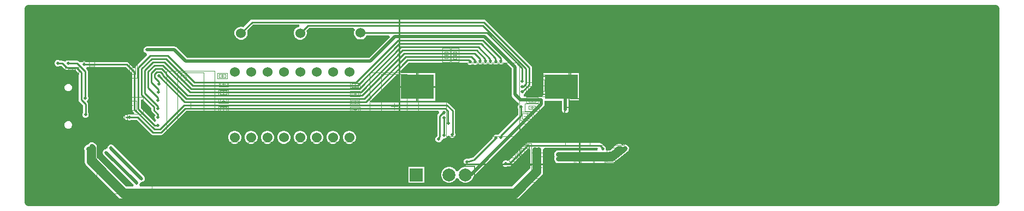
<source format=gbl>
G04*
G04 #@! TF.GenerationSoftware,Altium Limited,CircuitMaker,2.3.0 (2.3.0.3)*
G04*
G04 Layer_Physical_Order=2*
G04 Layer_Color=11436288*
%FSLAX24Y24*%
%MOIN*%
G70*
G04*
G04 #@! TF.SameCoordinates,AA7B8D70-0D3E-4CF3-8BE1-7DC49EC747D3*
G04*
G04*
G04 #@! TF.FilePolarity,Positive*
G04*
G01*
G75*
%ADD11C,0.0039*%
%ADD13C,0.0100*%
%ADD14C,0.0050*%
%ADD15C,0.0079*%
%ADD16C,0.0059*%
%ADD18C,0.0472*%
%ADD19C,0.0020*%
%ADD99C,0.0200*%
%ADD100C,0.0300*%
%ADD105C,0.0195*%
%ADD106R,0.0787X0.0787*%
%ADD107C,0.0787*%
%ADD108C,0.0600*%
%ADD109C,0.1417*%
G04:AMPARAMS|DCode=110|XSize=39.4mil|YSize=86.6mil|CornerRadius=19.7mil|HoleSize=0mil|Usage=FLASHONLY|Rotation=270.000|XOffset=0mil|YOffset=0mil|HoleType=Round|Shape=RoundedRectangle|*
%AMROUNDEDRECTD110*
21,1,0.0394,0.0472,0,0,270.0*
21,1,0.0000,0.0866,0,0,270.0*
1,1,0.0394,-0.0236,0.0000*
1,1,0.0394,-0.0236,0.0000*
1,1,0.0394,0.0236,0.0000*
1,1,0.0394,0.0236,0.0000*
%
%ADD110ROUNDEDRECTD110*%
G04:AMPARAMS|DCode=111|XSize=39.4mil|YSize=78.7mil|CornerRadius=19.7mil|HoleSize=0mil|Usage=FLASHONLY|Rotation=270.000|XOffset=0mil|YOffset=0mil|HoleType=Round|Shape=RoundedRectangle|*
%AMROUNDEDRECTD111*
21,1,0.0394,0.0394,0,0,270.0*
21,1,0.0000,0.0787,0,0,270.0*
1,1,0.0394,-0.0197,0.0000*
1,1,0.0394,-0.0197,0.0000*
1,1,0.0394,0.0197,0.0000*
1,1,0.0394,0.0197,0.0000*
%
%ADD111ROUNDEDRECTD111*%
%ADD112C,0.0700*%
%ADD113C,0.0236*%
%ADD114R,0.2000X0.1500*%
G36*
X59066Y5D02*
X16D01*
Y11825D01*
X59066D01*
Y5D01*
D02*
G37*
%LPC*%
G36*
X27823Y11158D02*
X13676D01*
X13617Y11146D01*
X13568Y11113D01*
X13161Y10707D01*
X13160Y10708D01*
X13058Y10735D01*
X12953D01*
X12851Y10708D01*
X12760Y10655D01*
X12686Y10581D01*
X12633Y10489D01*
X12606Y10388D01*
Y10282D01*
X12633Y10181D01*
X12686Y10089D01*
X12760Y10015D01*
X12851Y9962D01*
X12953Y9935D01*
X13058D01*
X13160Y9962D01*
X13251Y10015D01*
X13326Y10089D01*
X13378Y10181D01*
X13406Y10282D01*
Y10388D01*
X13378Y10489D01*
X13378Y10491D01*
X13739Y10852D01*
X16553D01*
X16561Y10851D01*
X16563Y10735D01*
X16552Y10732D01*
X16461Y10708D01*
X16370Y10655D01*
X16296Y10581D01*
X16243Y10489D01*
X16216Y10388D01*
Y10282D01*
X16243Y10181D01*
X16296Y10089D01*
X16370Y10015D01*
X16461Y9962D01*
X16563Y9935D01*
X16668D01*
X16770Y9962D01*
X16861Y10015D01*
X16936Y10089D01*
X16988Y10181D01*
X17016Y10282D01*
Y10388D01*
X16988Y10489D01*
X16988Y10491D01*
X17147Y10650D01*
X19874D01*
X19942Y10532D01*
X19923Y10499D01*
X19896Y10398D01*
Y10292D01*
X19923Y10191D01*
X19976Y10099D01*
X20050Y10025D01*
X20141Y9972D01*
X20243Y9945D01*
X20348D01*
X20450Y9972D01*
X20541Y10025D01*
X20616Y10099D01*
X20668Y10191D01*
X20669Y10192D01*
X22037D01*
X22082Y10083D01*
X21263Y9264D01*
X21248Y9258D01*
X21193Y9202D01*
X21187Y9188D01*
X20818Y8819D01*
X9720D01*
X9080Y9459D01*
X9014Y9503D01*
X8936Y9519D01*
X7256D01*
X7178Y9503D01*
X7112Y9459D01*
X7067Y9393D01*
X7052Y9315D01*
X7067Y9237D01*
X7112Y9171D01*
X7178Y9127D01*
X7219Y9118D01*
X7224Y9117D01*
X7232Y9106D01*
X7261Y9036D01*
X7263Y8993D01*
X6620Y8350D01*
X6587Y8300D01*
X6577Y8247D01*
X6532Y8218D01*
X6466Y8191D01*
X6124Y8533D01*
X6074Y8566D01*
X6016Y8578D01*
X3552D01*
X3538Y8592D01*
X3465Y8622D01*
X3386D01*
X3314Y8592D01*
X3300Y8579D01*
X3151Y8562D01*
X3110Y8602D01*
X3061Y8635D01*
X3002Y8647D01*
X2558D01*
X2557Y8648D01*
X2485Y8678D01*
X2406D01*
X2334Y8648D01*
X2278Y8592D01*
X2162Y8621D01*
X2138Y8637D01*
X2080Y8649D01*
X1936D01*
X1921Y8664D01*
X1849Y8694D01*
X1770D01*
X1698Y8664D01*
X1642Y8608D01*
X1612Y8535D01*
Y8457D01*
X1642Y8384D01*
X1698Y8329D01*
X1770Y8299D01*
X1849D01*
X1921Y8329D01*
X2043Y8317D01*
X2235Y8125D01*
X2284Y8092D01*
X2343Y8080D01*
X2824D01*
X2841Y8083D01*
X2883D01*
X3092Y7874D01*
Y6258D01*
X3104Y6199D01*
X3137Y6149D01*
X3357Y5930D01*
Y5478D01*
X3342Y5463D01*
X3312Y5391D01*
Y5312D01*
X3342Y5240D01*
X3398Y5184D01*
X3471Y5154D01*
X3549D01*
X3622Y5184D01*
X3677Y5240D01*
X3707Y5312D01*
Y5391D01*
X3677Y5463D01*
X3663Y5478D01*
Y5993D01*
X3651Y6051D01*
X3634Y6077D01*
X3604Y6193D01*
X3660Y6248D01*
X3690Y6321D01*
Y6399D01*
X3660Y6472D01*
X3646Y6486D01*
Y8003D01*
X3634Y8062D01*
X3601Y8112D01*
X3563Y8150D01*
X3562Y8161D01*
X3607Y8272D01*
X5952D01*
X6343Y7882D01*
Y5675D01*
X6354Y5616D01*
X6388Y5567D01*
X6497Y5457D01*
X6452Y5348D01*
X6321D01*
X6304Y5365D01*
X6232Y5395D01*
X6153D01*
X6081Y5365D01*
X6063Y5348D01*
X5986D01*
X5927Y5336D01*
X5878Y5303D01*
X5844Y5253D01*
X5833Y5195D01*
X5844Y5136D01*
X5878Y5087D01*
X5927Y5054D01*
X5986Y5042D01*
X6069D01*
X6081Y5030D01*
X6153Y5000D01*
X6232D01*
X6304Y5030D01*
X6316Y5042D01*
X6630D01*
X7522Y4149D01*
X7572Y4116D01*
X7630Y4105D01*
X8131D01*
X8190Y4116D01*
X8239Y4149D01*
X9669Y5579D01*
X25057D01*
X25106Y5461D01*
X25030Y5386D01*
X24997Y5336D01*
X24985Y5277D01*
Y4070D01*
X24959Y4044D01*
X24926Y3994D01*
X24923Y3982D01*
X24900Y3958D01*
X24869Y3886D01*
Y3807D01*
X24900Y3735D01*
X24955Y3679D01*
X25028Y3649D01*
X25106D01*
X25179Y3679D01*
X25234Y3735D01*
X25264Y3807D01*
X25350Y3892D01*
X25373Y3893D01*
X25430D01*
X25503Y3923D01*
X25558Y3979D01*
X25585Y4044D01*
X25612Y4053D01*
X25706Y4060D01*
X25709Y4054D01*
X25724Y4016D01*
X25780Y3961D01*
X25852Y3931D01*
X25931D01*
X26004Y3961D01*
X26059Y4016D01*
X26089Y4089D01*
Y4167D01*
X26067Y4221D01*
Y5580D01*
X26055Y5638D01*
X26022Y5688D01*
X25669Y6041D01*
X25620Y6074D01*
X25561Y6085D01*
X20939D01*
X20894Y6194D01*
X22541Y7841D01*
X22659Y7792D01*
Y7102D01*
X23708D01*
Y7902D01*
X22768D01*
X22719Y8020D01*
X23232Y8532D01*
X26798D01*
X26818Y8483D01*
X26874Y8428D01*
X26946Y8397D01*
X27025D01*
X27098Y8428D01*
X27146Y8476D01*
X27184Y8438D01*
X27256Y8407D01*
X27335D01*
X27408Y8438D01*
X27457Y8487D01*
X27495Y8449D01*
X27568Y8419D01*
X27646D01*
X27719Y8449D01*
X27763Y8493D01*
X27799Y8456D01*
X27872Y8426D01*
X27950D01*
X28023Y8456D01*
X28065Y8499D01*
X28119Y8446D01*
X28192Y8416D01*
X28270D01*
X28343Y8446D01*
X28386Y8489D01*
X28431Y8444D01*
X28504Y8414D01*
X28582D01*
X28655Y8444D01*
X28706Y8495D01*
X28752Y8449D01*
X28824Y8419D01*
X28903D01*
X28976Y8449D01*
X29027Y8500D01*
X29032Y8504D01*
X29168Y8526D01*
X29512Y8182D01*
Y6585D01*
X29527Y6507D01*
X29572Y6441D01*
X29902Y6111D01*
X29902Y6111D01*
X29935Y6088D01*
X29945Y6066D01*
X29955Y5982D01*
X29950Y5950D01*
X29927Y5926D01*
X29897Y5853D01*
Y5775D01*
X29927Y5702D01*
X29941Y5688D01*
Y5360D01*
X29686Y5105D01*
X29670Y5095D01*
X28751Y4175D01*
X28746Y4168D01*
X28704Y4124D01*
X28595Y4113D01*
X28593Y4114D01*
X28514D01*
X28442Y4084D01*
X28386Y4028D01*
X28356Y3955D01*
Y3935D01*
X27156Y2735D01*
X26876Y2651D01*
X26840Y2666D01*
X26761D01*
X26688Y2636D01*
X26633Y2580D01*
X26603Y2508D01*
Y2429D01*
X26633Y2357D01*
X26688Y2301D01*
X26716Y2290D01*
X26692Y2172D01*
X26640D01*
X26515Y2138D01*
X26402Y2073D01*
X26310Y1981D01*
X26270Y1911D01*
X26269Y1911D01*
X26141D01*
X26140Y1911D01*
X26100Y1981D01*
X26008Y2073D01*
X25896Y2138D01*
X25770Y2172D01*
X25640D01*
X25515Y2138D01*
X25402Y2073D01*
X25310Y1981D01*
X25245Y1869D01*
X25212Y1743D01*
Y1613D01*
X25245Y1487D01*
X25310Y1375D01*
X25402Y1283D01*
X25515Y1218D01*
X25640Y1184D01*
X25770D01*
X25896Y1218D01*
X26008Y1283D01*
X26100Y1375D01*
X26140Y1445D01*
X26141Y1445D01*
X26269D01*
X26270Y1445D01*
X26310Y1375D01*
X26402Y1283D01*
X26515Y1218D01*
X26640Y1184D01*
X26770D01*
X26896Y1218D01*
X27008Y1283D01*
X27100Y1375D01*
X27165Y1487D01*
X27187Y1567D01*
X31466Y5846D01*
X31466Y5846D01*
X31510Y5912D01*
X31526Y5990D01*
X31526Y5990D01*
Y6203D01*
X32595D01*
Y5710D01*
X32586Y5688D01*
Y5609D01*
X32616Y5537D01*
X32672Y5481D01*
X32719Y5462D01*
X32721Y5460D01*
X32724Y5460D01*
X32744Y5451D01*
X32766D01*
X32799Y5445D01*
X32877Y5460D01*
X32943Y5504D01*
X32987Y5571D01*
X33003Y5649D01*
Y6203D01*
X33657D01*
Y7903D01*
X31457D01*
Y6565D01*
X31378Y6470D01*
X31300D01*
X31273Y6459D01*
X30265D01*
X30242Y6577D01*
X30261Y6585D01*
X30317Y6640D01*
X30340Y6697D01*
X30714Y7071D01*
X30748Y7121D01*
X30759Y7180D01*
Y8221D01*
X30748Y8280D01*
X30714Y8330D01*
X27931Y11113D01*
X27881Y11146D01*
X27823Y11158D01*
D02*
G37*
G36*
X24856Y7902D02*
X23807D01*
Y7102D01*
X24856D01*
Y7902D01*
D02*
G37*
G36*
X2509Y7237D02*
X2418D01*
X2335Y7203D01*
X2270Y7139D01*
X2236Y7055D01*
Y6964D01*
X2270Y6880D01*
X2335Y6816D01*
X2418Y6781D01*
X2509D01*
X2593Y6816D01*
X2657Y6880D01*
X2692Y6964D01*
Y7055D01*
X2657Y7139D01*
X2593Y7203D01*
X2509Y7237D01*
D02*
G37*
G36*
X24856Y7004D02*
X23807D01*
Y6205D01*
X24856D01*
Y7004D01*
D02*
G37*
G36*
X23708D02*
X22659D01*
Y6205D01*
X23708D01*
Y7004D01*
D02*
G37*
G36*
X2509Y4954D02*
X2418D01*
X2335Y4919D01*
X2270Y4855D01*
X2236Y4771D01*
Y4681D01*
X2270Y4597D01*
X2335Y4533D01*
X2418Y4498D01*
X2509D01*
X2593Y4533D01*
X2657Y4597D01*
X2692Y4681D01*
Y4771D01*
X2657Y4855D01*
X2593Y4919D01*
X2509Y4954D01*
D02*
G37*
G36*
X19668Y4365D02*
X19563D01*
X19461Y4338D01*
X19370Y4285D01*
X19296Y4211D01*
X19243Y4119D01*
X19216Y4018D01*
Y3912D01*
X19243Y3811D01*
X19296Y3719D01*
X19370Y3645D01*
X19461Y3592D01*
X19563Y3565D01*
X19668D01*
X19770Y3592D01*
X19861Y3645D01*
X19936Y3719D01*
X19988Y3811D01*
X20016Y3912D01*
Y4018D01*
X19988Y4119D01*
X19936Y4211D01*
X19861Y4285D01*
X19770Y4338D01*
X19668Y4365D01*
D02*
G37*
G36*
X18668D02*
X18563D01*
X18461Y4338D01*
X18370Y4285D01*
X18296Y4211D01*
X18243Y4119D01*
X18216Y4018D01*
Y3912D01*
X18243Y3811D01*
X18296Y3719D01*
X18370Y3645D01*
X18461Y3592D01*
X18563Y3565D01*
X18668D01*
X18770Y3592D01*
X18861Y3645D01*
X18936Y3719D01*
X18988Y3811D01*
X19016Y3912D01*
Y4018D01*
X18988Y4119D01*
X18936Y4211D01*
X18861Y4285D01*
X18770Y4338D01*
X18668Y4365D01*
D02*
G37*
G36*
X17668D02*
X17563D01*
X17461Y4338D01*
X17370Y4285D01*
X17296Y4211D01*
X17243Y4119D01*
X17216Y4018D01*
Y3912D01*
X17243Y3811D01*
X17296Y3719D01*
X17370Y3645D01*
X17461Y3592D01*
X17563Y3565D01*
X17668D01*
X17770Y3592D01*
X17861Y3645D01*
X17936Y3719D01*
X17988Y3811D01*
X18016Y3912D01*
Y4018D01*
X17988Y4119D01*
X17936Y4211D01*
X17861Y4285D01*
X17770Y4338D01*
X17668Y4365D01*
D02*
G37*
G36*
X16668D02*
X16563D01*
X16461Y4338D01*
X16370Y4285D01*
X16296Y4211D01*
X16243Y4119D01*
X16216Y4018D01*
Y3912D01*
X16243Y3811D01*
X16296Y3719D01*
X16370Y3645D01*
X16461Y3592D01*
X16563Y3565D01*
X16668D01*
X16770Y3592D01*
X16861Y3645D01*
X16936Y3719D01*
X16988Y3811D01*
X17016Y3912D01*
Y4018D01*
X16988Y4119D01*
X16936Y4211D01*
X16861Y4285D01*
X16770Y4338D01*
X16668Y4365D01*
D02*
G37*
G36*
X15668D02*
X15563D01*
X15461Y4338D01*
X15370Y4285D01*
X15296Y4211D01*
X15243Y4119D01*
X15216Y4018D01*
Y3912D01*
X15243Y3811D01*
X15296Y3719D01*
X15370Y3645D01*
X15461Y3592D01*
X15563Y3565D01*
X15668D01*
X15770Y3592D01*
X15861Y3645D01*
X15936Y3719D01*
X15988Y3811D01*
X16016Y3912D01*
Y4018D01*
X15988Y4119D01*
X15936Y4211D01*
X15861Y4285D01*
X15770Y4338D01*
X15668Y4365D01*
D02*
G37*
G36*
X14668D02*
X14563D01*
X14461Y4338D01*
X14370Y4285D01*
X14296Y4211D01*
X14243Y4119D01*
X14216Y4018D01*
Y3912D01*
X14243Y3811D01*
X14296Y3719D01*
X14370Y3645D01*
X14461Y3592D01*
X14563Y3565D01*
X14668D01*
X14770Y3592D01*
X14861Y3645D01*
X14936Y3719D01*
X14988Y3811D01*
X15016Y3912D01*
Y4018D01*
X14988Y4119D01*
X14936Y4211D01*
X14861Y4285D01*
X14770Y4338D01*
X14668Y4365D01*
D02*
G37*
G36*
X13668D02*
X13563D01*
X13461Y4338D01*
X13370Y4285D01*
X13296Y4211D01*
X13243Y4119D01*
X13216Y4018D01*
Y3912D01*
X13243Y3811D01*
X13296Y3719D01*
X13370Y3645D01*
X13461Y3592D01*
X13563Y3565D01*
X13668D01*
X13770Y3592D01*
X13861Y3645D01*
X13936Y3719D01*
X13988Y3811D01*
X14016Y3912D01*
Y4018D01*
X13988Y4119D01*
X13936Y4211D01*
X13861Y4285D01*
X13770Y4338D01*
X13668Y4365D01*
D02*
G37*
G36*
X12668D02*
X12563D01*
X12461Y4338D01*
X12370Y4285D01*
X12296Y4211D01*
X12243Y4119D01*
X12216Y4018D01*
Y3912D01*
X12243Y3811D01*
X12296Y3719D01*
X12370Y3645D01*
X12461Y3592D01*
X12563Y3565D01*
X12668D01*
X12770Y3592D01*
X12861Y3645D01*
X12936Y3719D01*
X12988Y3811D01*
X13016Y3912D01*
Y4018D01*
X12988Y4119D01*
X12936Y4211D01*
X12861Y4285D01*
X12770Y4338D01*
X12668Y4365D01*
D02*
G37*
G36*
X3892Y3674D02*
X3794Y3655D01*
X3711Y3600D01*
X3656Y3517D01*
X3655Y3513D01*
X3598Y3501D01*
X3516Y3446D01*
X3460Y3363D01*
X3441Y3266D01*
X3460Y3168D01*
X3466Y3160D01*
Y2468D01*
X3486Y2370D01*
X3541Y2288D01*
X5598Y230D01*
X5681Y175D01*
X5779Y156D01*
X29761D01*
X29859Y175D01*
X29941Y230D01*
X31353Y1642D01*
X31409Y1725D01*
X31428Y1823D01*
Y3213D01*
X31529Y3312D01*
X34768D01*
X34796Y3288D01*
X34757Y3183D01*
X34742Y3170D01*
X32375D01*
X32277Y3150D01*
X32195Y3095D01*
X32139Y3012D01*
X32120Y2915D01*
X32139Y2817D01*
X32164Y2781D01*
X32138Y2742D01*
X32118Y2645D01*
X32138Y2547D01*
X32193Y2465D01*
X32275Y2409D01*
X32373Y2390D01*
X35646D01*
X35682Y2397D01*
X35718Y2400D01*
X35730Y2407D01*
X35743Y2409D01*
X35774Y2430D01*
X35806Y2447D01*
X36437Y2957D01*
X36439Y2959D01*
X36439Y2959D01*
X36439Y2959D01*
X36593Y3083D01*
X36657Y3160D01*
X36687Y3255D01*
X36678Y3354D01*
X36631Y3442D01*
X36555Y3505D01*
X36460Y3535D01*
X36361Y3526D01*
X36304Y3496D01*
X36255Y3529D01*
X36157Y3549D01*
X36020D01*
X35923Y3529D01*
X35840Y3474D01*
X35536Y3170D01*
X35310D01*
X35273Y3226D01*
Y3304D01*
X35243Y3377D01*
X35188Y3432D01*
X35148Y3449D01*
X35024Y3573D01*
X34975Y3606D01*
X34916Y3618D01*
X30492D01*
X30433Y3606D01*
X30384Y3573D01*
X29374Y2563D01*
X29264Y2522D01*
X29192Y2552D01*
X29113D01*
X29041Y2522D01*
X28985Y2466D01*
X28955Y2393D01*
Y2315D01*
X28985Y2242D01*
X29041Y2187D01*
X29113Y2157D01*
X29192D01*
X29264Y2187D01*
X29278Y2200D01*
X29343Y2199D01*
X29344Y2200D01*
X29344Y2199D01*
X29380D01*
X29438Y2211D01*
X29488Y2244D01*
X30502Y3259D01*
X30568Y3256D01*
X30674Y3215D01*
Y2080D01*
X29542Y948D01*
X6866D01*
X6835Y992D01*
X6805Y1066D01*
X6827Y1119D01*
Y1146D01*
X6841Y1169D01*
X6926Y1235D01*
X6942Y1242D01*
X6965Y1246D01*
X6971D01*
X6978Y1249D01*
X7010Y1256D01*
X7038Y1274D01*
X7044Y1277D01*
X7049Y1281D01*
X7076Y1300D01*
X7095Y1327D01*
X7099Y1332D01*
X7102Y1338D01*
X7120Y1366D01*
X7127Y1398D01*
X7130Y1405D01*
Y1411D01*
X7136Y1444D01*
X7130Y1476D01*
Y1483D01*
X7127Y1489D01*
X7120Y1522D01*
X7102Y1550D01*
X7099Y1556D01*
X7095Y1560D01*
X7076Y1588D01*
X5242Y3422D01*
X5234Y3442D01*
X5178Y3497D01*
X5106Y3527D01*
X5027D01*
X4955Y3497D01*
X4899Y3442D01*
X4869Y3369D01*
Y3342D01*
X4853Y3314D01*
X4840Y3296D01*
X4775Y3255D01*
X4755Y3246D01*
X4732Y3242D01*
X4725D01*
X4719Y3239D01*
X4686Y3233D01*
X4659Y3214D01*
X4653Y3212D01*
X4648Y3207D01*
X4620Y3189D01*
X4602Y3161D01*
X4597Y3156D01*
X4595Y3150D01*
X4576Y3123D01*
X4570Y3090D01*
X4567Y3084D01*
Y3077D01*
X4561Y3044D01*
X4567Y3012D01*
Y3005D01*
X4570Y2999D01*
X4576Y2966D01*
X4595Y2939D01*
X4597Y2933D01*
X4602Y2928D01*
X4620Y2900D01*
X6454Y1066D01*
X6455Y1066D01*
X6425Y992D01*
X6394Y948D01*
X6003D01*
X4231Y2720D01*
Y3335D01*
X4211Y3433D01*
X4156Y3516D01*
X4072Y3600D01*
X3989Y3655D01*
X3892Y3674D01*
D02*
G37*
G36*
X24199Y2172D02*
X23212D01*
Y1184D01*
X24199D01*
Y2172D01*
D02*
G37*
%LPD*%
G36*
X7535Y5749D02*
Y5622D01*
X7547Y5564D01*
X7580Y5514D01*
X7778Y5316D01*
X7768Y5307D01*
X7738Y5234D01*
Y5156D01*
X7768Y5083D01*
X7809Y5042D01*
X7807Y4963D01*
X7795Y4916D01*
X7740Y4896D01*
X6881Y5755D01*
Y6249D01*
X6990Y6294D01*
X7535Y5749D01*
D02*
G37*
D11*
X4197Y3888D02*
X7544D01*
Y542D02*
Y3888D01*
X4197Y542D02*
X7544D01*
X4197D02*
Y3888D01*
X34911Y4383D02*
G03*
X34911Y4383I-197J0D01*
G01*
X28980Y5249D02*
G03*
X28980Y5249I-197J0D01*
G01*
X22981Y4244D02*
G03*
X22981Y4244I-197J0D01*
G01*
X9686Y7586D02*
G03*
X9686Y7586I-197J0D01*
G01*
X4434Y7248D02*
X4651D01*
X4434Y7661D02*
X4651D01*
X4434Y7248D02*
Y7661D01*
X4651Y7248D02*
Y7661D01*
X36329Y4029D02*
Y5608D01*
X34360Y4029D02*
Y5608D01*
X36329D01*
X34360Y4029D02*
X36329D01*
X19736Y6027D02*
Y6243D01*
X20150Y6027D02*
Y6243D01*
X19736D02*
X20150D01*
X19736Y6027D02*
X20150D01*
X5747Y5628D02*
Y6199D01*
X6613Y5628D02*
Y6199D01*
X5747D02*
X6613D01*
X5747Y5628D02*
X6613D01*
X14065Y2633D02*
Y3499D01*
X14596Y2633D02*
Y3499D01*
X14065D02*
X14596D01*
X14065Y2633D02*
X14596D01*
X27237Y1147D02*
Y2210D01*
X23174D02*
X27237D01*
X23174Y1147D02*
Y2210D01*
Y1147D02*
X27237D01*
X29137Y4894D02*
Y7650D01*
X26381Y4894D02*
Y7650D01*
Y4894D02*
X29137D01*
X26381Y7650D02*
X29137D01*
X1367Y7947D02*
X1780D01*
X1367Y8163D02*
X1780D01*
Y7947D02*
Y8163D01*
X1367Y7947D02*
Y8163D01*
X2469Y8163D02*
X2882D01*
X2469Y7947D02*
X2882D01*
X2469D02*
Y8163D01*
X2882Y7947D02*
Y8163D01*
X19759Y5027D02*
X20172D01*
X19759Y5243D02*
X20172D01*
Y5027D02*
Y5243D01*
X19759Y5027D02*
Y5243D01*
X20219Y4012D02*
X20632D01*
X20219Y4228D02*
X20632D01*
Y4012D02*
Y4228D01*
X20219Y4012D02*
Y4228D01*
X18264Y2781D02*
Y3194D01*
X18047Y2781D02*
Y3194D01*
X18264D01*
X18047Y2781D02*
X18264D01*
X16125Y2794D02*
Y3208D01*
X15908Y2794D02*
Y3208D01*
X16125D01*
X15908Y2794D02*
X16125D01*
X13390Y2772D02*
Y3185D01*
X13173Y2772D02*
Y3185D01*
X13390D01*
X13173Y2772D02*
X13390D01*
X11246Y2739D02*
Y3153D01*
X11029Y2739D02*
Y3153D01*
X11246D01*
X11029Y2739D02*
X11246D01*
X18952Y2630D02*
X19483D01*
X18952Y3496D02*
X19483D01*
Y2630D02*
Y3496D01*
X18952Y2630D02*
Y3496D01*
X16828Y2627D02*
X17359D01*
X16828Y3493D02*
X17359D01*
Y2627D02*
Y3493D01*
X16828Y2627D02*
Y3493D01*
X11963Y2629D02*
X12494D01*
X11963Y3495D02*
X12494D01*
Y2629D02*
Y3495D01*
X11963Y2629D02*
Y3495D01*
X11697Y5353D02*
X12111D01*
X11697Y5137D02*
X12111D01*
X11697D02*
Y5353D01*
X12111Y5137D02*
Y5353D01*
X11702Y4829D02*
X12116D01*
X11702Y4612D02*
X12116D01*
X11702D02*
Y4829D01*
X12116Y4612D02*
Y4829D01*
X21563Y7827D02*
X23138D01*
X21563Y3890D02*
X23138D01*
X21563D02*
Y7827D01*
X23138Y3890D02*
Y7827D01*
X9134Y4004D02*
X10709D01*
X9134Y7941D02*
X10709D01*
Y4004D02*
Y7941D01*
X9134Y4004D02*
Y7941D01*
X29492Y2718D02*
Y3131D01*
X29709Y2718D02*
Y3131D01*
X29492Y2718D02*
X29709D01*
X29492Y3131D02*
X29709D01*
X30104Y3289D02*
X30497D01*
X30104Y2580D02*
X30497D01*
Y3289D01*
X30104Y2580D02*
Y3289D01*
X31767Y2352D02*
X31984D01*
X31767Y1938D02*
X31984D01*
Y2352D01*
X31767Y1938D02*
Y2352D01*
X30821Y1456D02*
Y2794D01*
X31530Y1456D02*
Y2794D01*
X30821Y1456D02*
X31530D01*
X30821Y2794D02*
X31530D01*
X33612Y1857D02*
Y2093D01*
X33179Y1857D02*
Y2093D01*
Y1857D02*
X33612D01*
X33179Y2093D02*
X33612D01*
X36767Y2452D02*
X37200D01*
X36767Y2688D02*
X37200D01*
Y2452D02*
Y2688D01*
X36767Y2452D02*
Y2688D01*
X33437Y2388D02*
X33654D01*
X33437Y2802D02*
X33654D01*
X33437Y2388D02*
Y2802D01*
X33654Y2388D02*
Y2802D01*
X33909Y2737D02*
Y2953D01*
X34322Y2737D02*
Y2953D01*
X33909D02*
X34322D01*
X33909Y2737D02*
X34322D01*
X34545Y1311D02*
X35195D01*
X34545Y2591D02*
X35195D01*
X34545Y1311D02*
Y2591D01*
X35195Y1311D02*
Y2591D01*
X35467Y2687D02*
X35684D01*
X35467Y3101D02*
X35684D01*
X35467Y2687D02*
Y3101D01*
X35684Y2687D02*
Y3101D01*
X32866Y10969D02*
X34205D01*
X32866Y10261D02*
X34205D01*
X32866D02*
Y10969D01*
X34205Y10261D02*
Y10969D01*
X36784Y5712D02*
X37218D01*
X36784Y5948D02*
X37218D01*
Y5712D02*
Y5948D01*
X36784Y5712D02*
Y5948D01*
X36739Y8617D02*
X37172D01*
X36739Y8853D02*
X37172D01*
Y8617D02*
Y8853D01*
X36739Y8617D02*
Y8853D01*
X42654Y8652D02*
X43088D01*
X42654Y8888D02*
X43088D01*
Y8652D02*
Y8888D01*
X42654Y8652D02*
Y8888D01*
X42632Y2426D02*
X43065D01*
X42632Y2662D02*
X43065D01*
Y2426D02*
Y2662D01*
X42632Y2426D02*
Y2662D01*
X42637Y5557D02*
Y5793D01*
X43070Y5557D02*
Y5793D01*
X42637D02*
X43070D01*
X42637Y5557D02*
X43070D01*
X48474Y5642D02*
X48907D01*
X48474Y5878D02*
X48907D01*
Y5642D02*
Y5878D01*
X48474Y5642D02*
Y5878D01*
X48512Y8837D02*
X48945D01*
X48512Y9073D02*
X48945D01*
Y8837D02*
Y9073D01*
X48512Y8837D02*
Y9073D01*
X48389Y2457D02*
X48822D01*
X48389Y2693D02*
X48822D01*
Y2457D02*
Y2693D01*
X48389Y2457D02*
Y2693D01*
X54779Y2567D02*
Y2803D01*
X55212Y2567D02*
Y2803D01*
X54779D02*
X55212D01*
X54779Y2567D02*
X55212D01*
X54737Y5697D02*
Y5933D01*
X55170Y5697D02*
Y5933D01*
X54737D02*
X55170D01*
X54737Y5697D02*
X55170D01*
X54677Y8847D02*
X55110D01*
X54677Y9083D02*
X55110D01*
Y8847D02*
Y9083D01*
X54677Y8847D02*
Y9083D01*
X34106Y9815D02*
Y10032D01*
X33692Y9815D02*
Y10032D01*
Y9815D02*
X34106D01*
X33692Y10032D02*
X34106D01*
X25957Y9192D02*
X26174D01*
X25957Y8778D02*
X26174D01*
Y9192D01*
X25957Y8778D02*
Y9192D01*
X12138Y6605D02*
Y6822D01*
X11725Y6605D02*
Y6822D01*
Y6605D02*
X12138D01*
X11725Y6822D02*
X12138D01*
X12147Y7105D02*
Y7322D01*
X11734Y7105D02*
Y7322D01*
Y7105D02*
X12147D01*
X11734Y7322D02*
X12147D01*
X12125Y5607D02*
Y5823D01*
X11711Y5607D02*
Y5823D01*
Y5607D02*
X12125D01*
X11711Y5823D02*
X12125D01*
X12127Y6094D02*
Y6311D01*
X11714Y6094D02*
Y6311D01*
Y6094D02*
X12127D01*
X11714Y6311D02*
X12127D01*
X12063Y7625D02*
Y7842D01*
X11649Y7625D02*
Y7842D01*
Y7625D02*
X12063D01*
X11649Y7842D02*
X12063D01*
X30759Y5086D02*
Y5417D01*
X30153Y5086D02*
Y5417D01*
Y5086D02*
X30759D01*
X30153Y5417D02*
X30759D01*
X19749Y6517D02*
Y6733D01*
X20162Y6517D02*
Y6733D01*
X19749D02*
X20162D01*
X19749Y6517D02*
X20162D01*
X19747Y5557D02*
Y5773D01*
X20160Y5557D02*
Y5773D01*
X19747D02*
X20160D01*
X19747Y5557D02*
X20160D01*
X5904Y5057D02*
Y5293D01*
X5471Y5057D02*
Y5293D01*
Y5057D02*
X5904D01*
X5471Y5293D02*
X5904D01*
X3777Y8831D02*
X3994D01*
X3777Y9245D02*
X3994D01*
X3777Y8831D02*
Y9245D01*
X3994Y8831D02*
Y9245D01*
X30562Y6361D02*
X30976D01*
X30562Y6144D02*
X30976D01*
X30562D02*
Y6361D01*
X30976Y6144D02*
Y6361D01*
X3778Y8058D02*
Y8472D01*
X3994Y8058D02*
Y8472D01*
X3778Y8058D02*
X3994D01*
X3778Y8472D02*
X3994D01*
X19761Y7040D02*
Y7257D01*
X20174Y7040D02*
Y7257D01*
X19761D02*
X20174D01*
X19761Y7040D02*
X20174D01*
X30747Y6696D02*
Y7109D01*
X30531Y6696D02*
Y7109D01*
X30747D01*
X30531Y6696D02*
X30747D01*
X6542Y7820D02*
Y8233D01*
X6326Y7820D02*
Y8233D01*
X6542D01*
X6326Y7820D02*
X6542D01*
X3287Y8828D02*
X3504D01*
X3287Y9242D02*
X3504D01*
X3287Y8828D02*
Y9242D01*
X3504Y8828D02*
Y9242D01*
X31122Y6784D02*
X31516D01*
X31122Y7492D02*
X31516D01*
X31122Y6784D02*
Y7492D01*
X31516Y6784D02*
Y7492D01*
X19779Y4642D02*
Y4858D01*
X20192Y4642D02*
Y4858D01*
X19779D02*
X20192D01*
X19779Y4642D02*
X20192D01*
X25634Y8779D02*
Y9193D01*
X25417Y8779D02*
Y9193D01*
X25634D01*
X25417Y8779D02*
X25634D01*
X30561Y5694D02*
X30975D01*
X30561Y5911D02*
X30975D01*
Y5694D02*
Y5911D01*
X30561Y5694D02*
Y5911D01*
X4569Y4090D02*
X5632D01*
X4569Y4760D02*
X5632D01*
Y4090D02*
Y4760D01*
X4569Y4090D02*
Y4760D01*
X4542Y7346D02*
Y7563D01*
X4434Y7455D02*
X4651D01*
X35147Y4818D02*
X35541D01*
X35344Y4621D02*
Y5015D01*
X19835Y6135D02*
X20051D01*
X19943Y6027D02*
Y6243D01*
X5983Y5913D02*
X6377D01*
X6180Y5717D02*
Y6110D01*
X14134Y3066D02*
X14528D01*
X14331Y2869D02*
Y3263D01*
X23154Y1127D02*
X27249D01*
Y2229D01*
X23154D02*
X27249D01*
X23154Y1127D02*
Y2229D01*
X27562Y6272D02*
X27956D01*
X27759Y6075D02*
Y6469D01*
X1573Y7947D02*
Y8163D01*
X1465Y8055D02*
X1681D01*
X2676Y7947D02*
Y8163D01*
X2567Y8055D02*
X2784D01*
X19965Y5027D02*
Y5243D01*
X19857Y5135D02*
X20074D01*
X20426Y4012D02*
Y4228D01*
X20317Y4120D02*
X20534D01*
X18047Y2987D02*
X18264D01*
X18155Y2879D02*
Y3095D01*
X15908Y3001D02*
X16125D01*
X16017Y2893D02*
Y3109D01*
X13173Y2978D02*
X13390D01*
X13281Y2870D02*
Y3087D01*
X11029Y2946D02*
X11246D01*
X11138Y2838D02*
Y3054D01*
X19218Y2866D02*
Y3260D01*
X19021Y3063D02*
X19414D01*
X17093Y2863D02*
Y3257D01*
X16897Y3060D02*
X17290D01*
X12228Y2865D02*
Y3259D01*
X12032Y3062D02*
X12425D01*
X11904Y5137D02*
Y5353D01*
X11796Y5245D02*
X12012D01*
X11909Y4612D02*
Y4829D01*
X11801Y4720D02*
X12017D01*
X22351Y5661D02*
Y6055D01*
X22154Y5858D02*
X22548D01*
X20874Y7925D02*
X23827D01*
X20874Y3791D02*
X23827D01*
X20874D02*
Y7925D01*
X23827Y3791D02*
Y7925D01*
X9922Y5775D02*
Y6169D01*
X9725Y5972D02*
X10119D01*
X8445Y3905D02*
X11398D01*
X8445Y8039D02*
X11398D01*
Y3905D02*
Y8039D01*
X8445Y3905D02*
Y8039D01*
X29492Y2925D02*
X29709D01*
X29600Y2816D02*
Y3033D01*
X30300Y2738D02*
Y3131D01*
X30104Y2935D02*
X30497D01*
X31876Y2037D02*
Y2253D01*
X31767Y2145D02*
X31984D01*
X30979Y2125D02*
X31373D01*
X31176Y1928D02*
Y2322D01*
X33278Y1975D02*
X33514D01*
X33396Y1857D02*
Y2093D01*
X36983Y2452D02*
Y2688D01*
X36865Y2570D02*
X37101D01*
X33546Y2487D02*
Y2703D01*
X33437Y2595D02*
X33654D01*
X34007Y2845D02*
X34224D01*
X34116Y2737D02*
Y2953D01*
X34870Y1754D02*
Y2148D01*
X34673Y1951D02*
X35067D01*
X35576Y2786D02*
Y3002D01*
X35467Y2894D02*
X35684D01*
X33189Y4745D02*
X33583D01*
X33386Y4548D02*
Y4942D01*
X33536Y10418D02*
Y10812D01*
X33339Y10615D02*
X33733D01*
X37001Y5712D02*
Y5948D01*
X36883Y5830D02*
X37119D01*
X36956Y8617D02*
Y8853D01*
X36838Y8735D02*
X37074D01*
X42871Y8652D02*
Y8888D01*
X42753Y8770D02*
X42989D01*
X42849Y2426D02*
Y2662D01*
X42731Y2544D02*
X42967D01*
X42735Y5675D02*
X42972D01*
X42853Y5557D02*
Y5793D01*
X48690Y5642D02*
Y5878D01*
X48572Y5760D02*
X48809D01*
X48728Y8837D02*
Y9073D01*
X48610Y8955D02*
X48846D01*
X48606Y2457D02*
Y2693D01*
X48488Y2575D02*
X48724D01*
X54878Y2685D02*
X55114D01*
X54996Y2567D02*
Y2803D01*
X54835Y5815D02*
X55072D01*
X54953Y5697D02*
Y5933D01*
X54893Y8847D02*
Y9083D01*
X54775Y8965D02*
X55012D01*
X33791Y9923D02*
X34007D01*
X33899Y9815D02*
Y10032D01*
X34509Y7905D02*
X34903D01*
X34706Y7708D02*
Y8102D01*
X26066Y8877D02*
Y9093D01*
X25957Y8985D02*
X26174D01*
X11823Y6713D02*
X12040D01*
X11932Y6605D02*
Y6822D01*
X11832Y7213D02*
X12049D01*
X11940Y7105D02*
Y7322D01*
X11810Y5715D02*
X12026D01*
X11918Y5607D02*
Y5823D01*
X11812Y6203D02*
X12029D01*
X11921Y6094D02*
Y6311D01*
X11748Y7734D02*
X11964D01*
X11856Y7625D02*
Y7842D01*
X30259Y5252D02*
X30653D01*
X30456Y5055D02*
Y5448D01*
X19847Y6625D02*
X20063D01*
X19955Y6517D02*
Y6733D01*
X19845Y5665D02*
X20062D01*
X19953Y5557D02*
Y5773D01*
X5570Y5175D02*
X5806D01*
X5688Y5057D02*
Y5293D01*
X3886Y8930D02*
Y9146D01*
X3777Y9038D02*
X3994D01*
X30769Y6144D02*
Y6361D01*
X30661Y6252D02*
X30877D01*
X3778Y8265D02*
X3994D01*
X3886Y8157D02*
Y8373D01*
X19859Y7149D02*
X20076D01*
X19968Y7040D02*
Y7257D01*
X30531Y6902D02*
X30747D01*
X30639Y6794D02*
Y7011D01*
X6326Y8027D02*
X6542D01*
X6434Y7918D02*
Y8135D01*
X3396Y8927D02*
Y9143D01*
X3287Y9035D02*
X3504D01*
X31319Y6941D02*
Y7335D01*
X31122Y7138D02*
X31516D01*
X19877Y4750D02*
X20094D01*
X19985Y4642D02*
Y4858D01*
X25417Y8986D02*
X25634D01*
X25526Y8878D02*
Y9094D01*
X30768Y5694D02*
Y5911D01*
X30660Y5802D02*
X30876D01*
X5100Y4228D02*
Y4622D01*
X4904Y4425D02*
X5297D01*
D13*
X7715Y4705D02*
X7936D01*
X6728Y5692D02*
X7715Y4705D01*
X6728Y5692D02*
Y8242D01*
X7688Y5622D02*
X7936Y5375D01*
Y5195D02*
Y5375D01*
X7688Y5622D02*
Y5813D01*
X6928Y6573D02*
X7688Y5813D01*
X6928Y6573D02*
Y8159D01*
X7936Y5725D02*
Y5857D01*
X7128Y6664D02*
X7936Y5857D01*
X7128Y6664D02*
Y8076D01*
X29380Y2352D02*
X30492Y3465D01*
X29344Y2352D02*
X29380D01*
X29153Y2354D02*
X29344Y2352D01*
X30492Y3465D02*
X34916D01*
X5067Y3309D02*
Y3330D01*
X6630Y1158D02*
Y1179D01*
X25561Y5932D02*
X25914Y5580D01*
Y4150D02*
Y5580D01*
X25892Y4128D02*
X25914Y4150D01*
X5986Y5195D02*
X6693D01*
X25478Y5732D02*
X25633Y5577D01*
Y4869D02*
X25666Y4836D01*
X25633Y4869D02*
Y5577D01*
X25067Y3846D02*
Y3936D01*
X25138Y4007D01*
Y5277D01*
X25283Y5422D02*
X25376D01*
X25138Y5277D02*
X25283Y5422D01*
X25386Y4091D02*
Y5175D01*
X3493Y6360D02*
Y8003D01*
X3002Y8494D02*
X3493Y8003D01*
X2445Y8494D02*
X3002D01*
X6496Y5675D02*
X7713Y4457D01*
X6496Y5675D02*
Y7945D01*
X7713Y4457D02*
X8048D01*
X26800Y2468D02*
X27237Y2599D01*
X28554Y3916D01*
X30162Y6735D02*
X30606Y7180D01*
X30149Y6735D02*
X30162D01*
X27823Y11005D02*
X30606Y8221D01*
Y7180D02*
Y8221D01*
X13676Y11005D02*
X27823D01*
X30397Y7235D02*
Y8156D01*
X27749Y10803D02*
X30397Y8156D01*
X17084Y10803D02*
X27749D01*
X16616Y10335D02*
X17084Y10803D01*
X28010Y10345D02*
X30149Y8206D01*
X20296Y10345D02*
X28010D01*
X30234Y7072D02*
X30397Y7235D01*
X30149Y7385D02*
Y8206D01*
Y7072D02*
X30234D01*
X13006Y10335D02*
X13676Y11005D01*
X23168Y8685D02*
X26896D01*
X20623Y6139D02*
X23168Y8685D01*
X9561Y6139D02*
X20623D01*
X23056Y8885D02*
X27073D01*
X20511Y6339D02*
X23056Y8885D01*
X9644Y6339D02*
X20511D01*
X22947Y9085D02*
X27272D01*
X20402Y6539D02*
X22947Y9085D01*
X9727Y6539D02*
X20402D01*
X22866Y9285D02*
X27379D01*
X20320Y6739D02*
X22866Y9285D01*
X9877Y6739D02*
X20320D01*
X22773Y9485D02*
X27497D01*
X20228Y6939D02*
X22773Y9485D01*
X9960Y6939D02*
X20228D01*
X22668Y9685D02*
X27645D01*
X20123Y7139D02*
X22668Y9685D01*
X10071Y7139D02*
X20123D01*
X22583Y9885D02*
X27747D01*
X20037Y7339D02*
X22583Y9885D01*
X10154Y7339D02*
X20037D01*
X34916Y3465D02*
X35076Y3305D01*
X1810Y8496D02*
X2080D01*
X2343Y8233D01*
X2824D01*
X2827Y8236D01*
X2946D01*
X3245Y7937D01*
Y6258D02*
Y7937D01*
Y6258D02*
X3510Y5993D01*
Y5351D02*
Y5993D01*
X28859Y3959D02*
Y4067D01*
X29778Y4986D01*
X29783D02*
X30094Y5297D01*
X29778Y4986D02*
X29783D01*
X30094Y5297D02*
Y5814D01*
X27607Y8616D02*
Y8750D01*
X27272Y9085D02*
X27607Y8750D01*
X27886Y8778D02*
X27911Y8624D01*
X27379Y9285D02*
X27886Y8778D01*
X28206Y8776D02*
X28231Y8613D01*
X27497Y9485D02*
X28206Y8776D01*
X28526Y8804D02*
X28543Y8611D01*
X27645Y9685D02*
X28526Y8804D01*
X28847Y8626D02*
Y8785D01*
X27747Y9885D02*
X28847Y8785D01*
X27286Y8635D02*
Y8672D01*
X27073Y8885D02*
X27286Y8672D01*
X9606Y5732D02*
X25478D01*
X9523Y5932D02*
X25561D01*
X31322Y6255D02*
X31339Y6272D01*
X25376Y5422D02*
Y5485D01*
X6693Y5195D02*
X7630Y4257D01*
X8131D01*
X9606Y5732D01*
X8048Y4457D02*
X9523Y5932D01*
X7976Y7725D02*
X9561Y6139D01*
X8223Y7760D02*
X9644Y6339D01*
X8423Y7843D02*
X9727Y6539D01*
X8239Y8377D02*
X9877Y6739D01*
X8322Y8577D02*
X9960Y6939D01*
X8433Y8777D02*
X10071Y7139D01*
X8516Y8977D02*
X10154Y7339D01*
X3426Y8425D02*
X6016D01*
X6496Y7945D01*
X6928Y8159D02*
X7547Y8777D01*
X6728Y8242D02*
X7464Y8977D01*
X8516D01*
X8223Y7760D02*
Y7827D01*
X8156Y8177D02*
X8423Y7910D01*
Y7843D02*
Y7910D01*
X8078Y7972D02*
X8223Y7827D01*
X7796Y8177D02*
X8156D01*
X7713Y8377D02*
X8239D01*
X7630Y8577D02*
X8322D01*
X7528Y7322D02*
X7956Y6895D01*
Y6725D02*
Y6895D01*
X7328Y7002D02*
X7936Y6395D01*
X7528Y7322D02*
Y7910D01*
X7328Y7002D02*
Y7993D01*
X7547Y8777D02*
X8433D01*
X7128Y8076D02*
X7630Y8577D01*
X7328Y7993D02*
X7713Y8377D01*
X7528Y7910D02*
X7796Y8177D01*
X7728Y7622D02*
Y7827D01*
X7873Y7972D02*
X8078D01*
X7728Y7827D02*
X7873Y7972D01*
X7936Y6215D02*
Y6395D01*
X7728Y7622D02*
X7976Y7375D01*
Y7225D02*
Y7375D01*
X26896Y8685D02*
X26986Y8595D01*
X22646Y2329D02*
X33669D01*
X22646D02*
Y11778D01*
X33669Y2329D02*
Y11778D01*
X22646D02*
X33669D01*
D14*
X33131Y6330D02*
Y9480D01*
X36281Y6330D02*
Y9480D01*
X33131Y6330D02*
X36281D01*
X33131Y9480D02*
X36281D01*
X33033Y6192D02*
X36379D01*
X33033Y9618D02*
X36379D01*
X33033Y6192D02*
Y9618D01*
X36379Y6192D02*
Y9618D01*
D15*
X32772Y3695D02*
X34000D01*
Y5795D01*
X32772D02*
X34000D01*
X32772Y3695D02*
Y5795D01*
D16*
X30576Y2385D02*
Y3485D01*
X30025Y2385D02*
X30576D01*
X30025D02*
Y3485D01*
X30576D01*
X31044Y6588D02*
Y7688D01*
X31595D01*
Y6588D02*
Y7688D01*
X31044Y6588D02*
X31595D01*
D18*
X59066Y5D02*
Y11825D01*
X16Y5D02*
X59066D01*
X16Y11825D02*
X59066D01*
X16Y5D02*
Y11825D01*
D19*
X4306Y7022D02*
X4779D01*
X4306Y7888D02*
X4779D01*
X4306Y7022D02*
Y7888D01*
X4779Y7022D02*
Y7888D01*
X36388Y3480D02*
Y6157D01*
X34301Y3480D02*
Y6157D01*
X36388D01*
X34301Y3480D02*
X36388D01*
X19648Y5977D02*
Y6292D01*
X20238Y5977D02*
Y6292D01*
X19648D02*
X20238D01*
X19648Y5977D02*
X20238D01*
X5334Y5402D02*
Y6425D01*
X7027Y5402D02*
Y6425D01*
X5334D02*
X7027D01*
X5334Y5402D02*
X7027D01*
X13465Y2436D02*
Y3696D01*
X15197Y2436D02*
Y3696D01*
X13465D02*
X15197D01*
X13465Y2436D02*
X15197D01*
X30003Y4028D02*
Y8516D01*
X25515Y4028D02*
Y8516D01*
Y4028D02*
X30003D01*
X25515Y8516D02*
X30003D01*
X1160Y7838D02*
X1987D01*
X1160Y8271D02*
X1987D01*
Y7838D02*
Y8271D01*
X1160Y7838D02*
Y8271D01*
X2262Y8271D02*
X3089D01*
X2262Y7838D02*
X3089D01*
X2262D02*
Y8271D01*
X3089Y7838D02*
Y8271D01*
X19623Y4958D02*
X20307D01*
X19623Y5312D02*
X20307D01*
Y4958D02*
Y5312D01*
X19623Y4958D02*
Y5312D01*
X20084Y3943D02*
X20768D01*
X20084Y4297D02*
X20768D01*
Y3943D02*
Y4297D01*
X20084Y3943D02*
Y4297D01*
X18333Y2645D02*
Y3329D01*
X17978Y2645D02*
Y3329D01*
X18333D01*
X17978Y2645D02*
X18333D01*
X16194Y2659D02*
Y3343D01*
X15840Y2659D02*
Y3343D01*
X16194D01*
X15840Y2659D02*
X16194D01*
X13459Y2637D02*
Y3320D01*
X13104Y2637D02*
Y3320D01*
X13459D01*
X13104Y2637D02*
X13459D01*
X11315Y2604D02*
Y3288D01*
X10961Y2604D02*
Y3288D01*
X11315D01*
X10961Y2604D02*
X11315D01*
X18351Y2433D02*
X20084D01*
X18351Y3693D02*
X20084D01*
Y2433D02*
Y3693D01*
X18351Y2433D02*
Y3693D01*
X16227Y2430D02*
X17960D01*
X16227Y3690D02*
X17960D01*
Y2430D02*
Y3690D01*
X16227Y2430D02*
Y3690D01*
X11362Y2432D02*
X13094D01*
X11362Y3692D02*
X13094D01*
Y2432D02*
Y3692D01*
X11362Y2432D02*
Y3692D01*
X11562Y5422D02*
X12246D01*
X11562Y5068D02*
X12246D01*
X11562D02*
Y5422D01*
X12246Y5068D02*
Y5422D01*
X11567Y4897D02*
X12251D01*
X11567Y4543D02*
X12251D01*
X11567D02*
Y4897D01*
X12251Y4543D02*
Y4897D01*
X31201Y4113D02*
X31595D01*
X31398Y3916D02*
Y4310D01*
X32776Y3444D02*
Y4782D01*
X30020D02*
X32776D01*
X30020Y3444D02*
Y4782D01*
Y3444D02*
X32776D01*
X29364Y2492D02*
Y3358D01*
X29837Y2492D02*
Y3358D01*
X29364Y2492D02*
X29837D01*
X29364Y3358D02*
X29837D01*
X29887Y3604D02*
X30714D01*
X29887Y2265D02*
X30714D01*
Y3604D01*
X29887Y2265D02*
Y3604D01*
X31640Y2578D02*
X32112D01*
X31640Y1712D02*
X32112D01*
Y2578D01*
X31640Y1712D02*
Y2578D01*
X30723Y1219D02*
Y3030D01*
X31628Y1219D02*
Y3030D01*
X30723Y1219D02*
X31628D01*
X30723Y3030D02*
X31628D01*
X33750Y1798D02*
Y2152D01*
X33041Y1798D02*
Y2152D01*
Y1798D02*
X33750D01*
X33041Y2152D02*
X33750D01*
X36688Y2412D02*
X37279D01*
X36688Y2727D02*
X37279D01*
Y2412D02*
Y2727D01*
X36688Y2412D02*
Y2727D01*
X33329Y2182D02*
X33762D01*
X33329Y3008D02*
X33762D01*
X33329Y2182D02*
Y3008D01*
X33762Y2182D02*
Y3008D01*
X33820Y2687D02*
Y3002D01*
X34411Y2687D02*
Y3002D01*
X33820D02*
X34411D01*
X33820Y2687D02*
X34411D01*
X34496Y1203D02*
X35244D01*
X34496Y2699D02*
X35244D01*
X34496Y1203D02*
Y2699D01*
X35244Y1203D02*
Y2699D01*
X35340Y2461D02*
X35812D01*
X35340Y3327D02*
X35812D01*
X35340Y2461D02*
Y3327D01*
X35812Y2461D02*
Y3327D01*
X32630Y11068D02*
X34441D01*
X32630Y10162D02*
X34441D01*
X32630D02*
Y11068D01*
X34441Y10162D02*
Y11068D01*
X36706Y5672D02*
X37296D01*
X36706Y5987D02*
X37296D01*
Y5672D02*
Y5987D01*
X36706Y5672D02*
Y5987D01*
X36660Y8577D02*
X37251D01*
X36660Y8892D02*
X37251D01*
Y8577D02*
Y8892D01*
X36660Y8577D02*
Y8892D01*
X42576Y8612D02*
X43166D01*
X42576Y8927D02*
X43166D01*
Y8612D02*
Y8927D01*
X42576Y8612D02*
Y8927D01*
X42553Y2387D02*
X43144D01*
X42553Y2702D02*
X43144D01*
Y2387D02*
Y2702D01*
X42553Y2387D02*
Y2702D01*
X42558Y5517D02*
Y5832D01*
X43149Y5517D02*
Y5832D01*
X42558D02*
X43149D01*
X42558Y5517D02*
X43149D01*
X48395Y5602D02*
X48986D01*
X48395Y5917D02*
X48986D01*
Y5602D02*
Y5917D01*
X48395Y5602D02*
Y5917D01*
X48433Y8797D02*
X49023D01*
X48433Y9112D02*
X49023D01*
Y8797D02*
Y9112D01*
X48433Y8797D02*
Y9112D01*
X48310Y2417D02*
X48901D01*
X48310Y2732D02*
X48901D01*
Y2417D02*
Y2732D01*
X48310Y2417D02*
Y2732D01*
X54700Y2527D02*
Y2842D01*
X55291Y2527D02*
Y2842D01*
X54700D02*
X55291D01*
X54700Y2527D02*
X55291D01*
X54658Y5657D02*
Y5972D01*
X55249Y5657D02*
Y5972D01*
X54658D02*
X55249D01*
X54658Y5657D02*
X55249D01*
X54598Y8807D02*
X55189D01*
X54598Y9122D02*
X55189D01*
Y8807D02*
Y9122D01*
X54598Y8807D02*
Y9122D01*
X34332Y9687D02*
Y10160D01*
X33466Y9687D02*
Y10160D01*
Y9687D02*
X34332D01*
X33466Y10160D02*
X34332D01*
X25830Y9418D02*
X26302D01*
X25830Y8552D02*
X26302D01*
Y9418D01*
X25830Y8552D02*
Y9418D01*
X12227Y6556D02*
Y6871D01*
X11636Y6556D02*
Y6871D01*
Y6556D02*
X12227D01*
X11636Y6871D02*
X12227D01*
X12236Y7056D02*
Y7371D01*
X11645Y7056D02*
Y7371D01*
Y7056D02*
X12236D01*
X11645Y7371D02*
X12236D01*
X12213Y5557D02*
Y5872D01*
X11623Y5557D02*
Y5872D01*
Y5557D02*
X12213D01*
X11623Y5872D02*
X12213D01*
X12216Y6045D02*
Y6360D01*
X11625Y6045D02*
Y6360D01*
Y6045D02*
X12216D01*
X11625Y6360D02*
X12216D01*
X12151Y7576D02*
Y7891D01*
X11561Y7576D02*
Y7891D01*
Y7576D02*
X12151D01*
X11561Y7891D02*
X12151D01*
X30860Y4986D02*
Y5517D01*
X30052Y4986D02*
Y5517D01*
Y4986D02*
X30860D01*
X30052Y5517D02*
X30860D01*
X19660Y6467D02*
Y6782D01*
X20250Y6467D02*
Y6782D01*
X19660D02*
X20250D01*
X19660Y6467D02*
X20250D01*
X19658Y5507D02*
Y5822D01*
X20249Y5507D02*
Y5822D01*
X19658D02*
X20249D01*
X19658Y5507D02*
X20249D01*
X6042Y4998D02*
Y5352D01*
X5333Y4998D02*
Y5352D01*
Y4998D02*
X6042D01*
X5333Y5352D02*
X6042D01*
X3669Y8625D02*
X4102D01*
X3669Y9451D02*
X4102D01*
X3669Y8625D02*
Y9451D01*
X4102Y8625D02*
Y9451D01*
X30427Y6429D02*
X31111D01*
X30427Y6075D02*
X31111D01*
X30427D02*
Y6429D01*
X31111Y6075D02*
Y6429D01*
X3709Y7923D02*
Y8607D01*
X4063Y7923D02*
Y8607D01*
X3709Y7923D02*
X4063D01*
X3709Y8607D02*
X4063D01*
X19672Y6991D02*
Y7306D01*
X20263Y6991D02*
Y7306D01*
X19672D02*
X20263D01*
X19672Y6991D02*
X20263D01*
X30875Y6469D02*
Y7335D01*
X30403Y6469D02*
Y7335D01*
X30875D01*
X30403Y6469D02*
X30875D01*
X6670Y7594D02*
Y8460D01*
X6198Y7594D02*
Y8460D01*
X6670D01*
X6198Y7594D02*
X6670D01*
X3160Y8602D02*
X3632D01*
X3160Y9468D02*
X3632D01*
X3160Y8602D02*
Y9468D01*
X3632Y8602D02*
Y9468D01*
X30906Y6469D02*
X31733D01*
X30906Y7807D02*
X31733D01*
X30906Y6469D02*
Y7807D01*
X31733Y6469D02*
Y7807D01*
X19690Y4593D02*
Y4907D01*
X20281Y4593D02*
Y4907D01*
X19690D02*
X20281D01*
X19690Y4593D02*
X20281D01*
X25762Y8553D02*
Y9419D01*
X25290Y8553D02*
Y9419D01*
X25762D01*
X25290Y8553D02*
X25762D01*
X30335Y5566D02*
X31201D01*
X30335Y6039D02*
X31201D01*
Y5566D02*
Y6039D01*
X30335Y5566D02*
Y6039D01*
X4156Y3952D02*
X6045D01*
X4156Y4897D02*
X6045D01*
Y3952D02*
Y4897D01*
X4156Y3952D02*
Y4897D01*
X1902Y5868D02*
X2099D01*
X2001Y5769D02*
Y5966D01*
D99*
X32639Y7016D02*
X32799Y6856D01*
Y5649D02*
Y6856D01*
X7256Y9315D02*
X8936D01*
X20902Y8615D02*
X22406Y10119D01*
X5067Y3309D02*
X6932Y1444D01*
X4764Y3044D02*
X6630Y1179D01*
X29716Y6585D02*
Y8267D01*
X27863Y10119D02*
X29716Y8267D01*
X22406Y10119D02*
X27863D01*
X26705Y1678D02*
X27009D01*
X29716Y6585D02*
X30046Y6255D01*
X9636Y8615D02*
X20902D01*
X27009Y1678D02*
X31322Y5990D01*
Y6255D01*
X8936Y9315D02*
X9636Y8615D01*
X30046Y6255D02*
X31322D01*
D100*
X36020Y3294D02*
X36157D01*
X32375Y2915D02*
X35641D01*
X35646Y2645D02*
X36276Y3155D01*
X30929Y1974D02*
Y3215D01*
X32373Y2645D02*
X35646D01*
X3696Y3266D02*
X3721Y3241D01*
X29648Y693D02*
X30929Y1974D01*
X5898Y693D02*
X29648D01*
X3976Y2615D02*
X5898Y693D01*
X29761Y410D02*
X31173Y1823D01*
X5779Y410D02*
X29761D01*
X3721Y2468D02*
X5779Y410D01*
X3892Y3419D02*
X3976Y3335D01*
Y2615D02*
Y3335D01*
X3721Y2468D02*
Y3241D01*
X35641Y2915D02*
X36020Y3294D01*
X36276Y3155D02*
X36279Y3157D01*
X36433Y3282D01*
X31173Y1823D02*
Y3213D01*
D105*
X3892Y3419D02*
D03*
X3696Y3266D02*
D03*
X6630Y1158D02*
D03*
X6932Y1444D02*
D03*
X5067Y3330D02*
D03*
X4764Y3044D02*
D03*
X32783Y5649D02*
D03*
X25892Y4128D02*
D03*
X36153Y3308D02*
D03*
X3493Y6360D02*
D03*
X2445Y8480D02*
D03*
X35076Y3265D02*
D03*
X25067Y3846D02*
D03*
X25391Y4091D02*
D03*
X26800Y2468D02*
D03*
X32375Y2904D02*
D03*
X32373Y2660D02*
D03*
X29153Y2354D02*
D03*
X1810Y8496D02*
D03*
X3510Y5351D02*
D03*
X28859Y3959D02*
D03*
X21360Y9091D02*
D03*
X6192Y5198D02*
D03*
X30094Y5814D02*
D03*
X27607Y8616D02*
D03*
X28543Y8611D02*
D03*
X28864Y8616D02*
D03*
X27911Y8624D02*
D03*
X28231Y8613D02*
D03*
X27296Y8605D02*
D03*
X26986Y8595D02*
D03*
X7976Y7725D02*
D03*
X7956Y6725D02*
D03*
X7976Y7225D02*
D03*
X7936Y5725D02*
D03*
Y6215D02*
D03*
Y4705D02*
D03*
Y5195D02*
D03*
X25376Y5485D02*
D03*
X25386Y5175D02*
D03*
X25666Y4836D02*
D03*
X30929Y3215D02*
D03*
X31173Y3213D02*
D03*
X36433Y3282D02*
D03*
X7263Y9314D02*
D03*
X31339Y6272D02*
D03*
X3426Y8425D02*
D03*
X30149Y6752D02*
D03*
Y7072D02*
D03*
Y7382D02*
D03*
X28554Y3916D02*
D03*
D106*
X23705Y1678D02*
D03*
D107*
X24705D02*
D03*
X25705D02*
D03*
X26705D02*
D03*
D108*
X12616Y3965D02*
D03*
X13616D02*
D03*
X14616D02*
D03*
X15616D02*
D03*
X16616D02*
D03*
X17616D02*
D03*
X18616D02*
D03*
X19616D02*
D03*
Y7965D02*
D03*
X18616D02*
D03*
X17616D02*
D03*
X16616D02*
D03*
X12616D02*
D03*
X13616D02*
D03*
X14616D02*
D03*
X15616D02*
D03*
X11246Y10335D02*
D03*
X13006D02*
D03*
X14856D02*
D03*
X16616D02*
D03*
X18536Y10345D02*
D03*
X20296D02*
D03*
D109*
X52449Y7622D02*
D03*
X40892Y3187D02*
D03*
X57866Y1186D02*
D03*
Y10635D02*
D03*
X1960Y1186D02*
D03*
Y10635D02*
D03*
D110*
X1086Y4165D02*
D03*
Y7570D02*
D03*
D111*
X2661D02*
D03*
Y4165D02*
D03*
D112*
X10746Y9385D02*
D03*
X13506D02*
D03*
X14356D02*
D03*
X17116D02*
D03*
X18036Y9395D02*
D03*
X20796D02*
D03*
D113*
X7153Y5894D02*
D03*
X7387Y5534D02*
D03*
X34864Y5774D02*
D03*
X31973Y8160D02*
D03*
X6200Y7373D02*
D03*
X5026Y7359D02*
D03*
X7929Y1330D02*
D03*
X8333Y1327D02*
D03*
X8731D02*
D03*
X9144Y1330D02*
D03*
X9535Y1336D02*
D03*
X9983Y1348D02*
D03*
X4993Y6329D02*
D03*
X5286Y3820D02*
D03*
X8313Y3567D02*
D03*
X8941Y3569D02*
D03*
X9591Y3555D02*
D03*
X26430Y7941D02*
D03*
X26432Y8382D02*
D03*
X33390Y4592D02*
D03*
X33782Y4603D02*
D03*
X40126Y2195D02*
D03*
X38663Y804D02*
D03*
X37963D02*
D03*
X34145Y4696D02*
D03*
X34130Y5244D02*
D03*
X34149Y5758D02*
D03*
X20493Y1326D02*
D03*
X20897Y1323D02*
D03*
X21296D02*
D03*
X21709Y1326D02*
D03*
X22099Y1332D02*
D03*
X18452Y1313D02*
D03*
X18856Y1310D02*
D03*
X19255D02*
D03*
X19667Y1313D02*
D03*
X20058Y1319D02*
D03*
X16394Y1331D02*
D03*
X16798Y1328D02*
D03*
X17196D02*
D03*
X17609Y1331D02*
D03*
X18000Y1337D02*
D03*
X14308Y1335D02*
D03*
X14712Y1331D02*
D03*
X15111D02*
D03*
X15524Y1335D02*
D03*
X15914Y1341D02*
D03*
X13860Y1323D02*
D03*
X13469Y1317D02*
D03*
X13057Y1314D02*
D03*
X12658D02*
D03*
X12254Y1317D02*
D03*
X2885Y8763D02*
D03*
X2897Y9715D02*
D03*
X34514Y11292D02*
D03*
X33881Y11326D02*
D03*
X35852Y11254D02*
D03*
X35194Y11274D02*
D03*
X36292Y2032D02*
D03*
X36283Y2620D02*
D03*
X40144Y6233D02*
D03*
Y7533D02*
D03*
Y6873D02*
D03*
X41454Y8323D02*
D03*
Y6983D02*
D03*
Y7683D02*
D03*
X51868Y2269D02*
D03*
X51878Y4329D02*
D03*
X51868Y3569D02*
D03*
Y2909D02*
D03*
X53178Y4359D02*
D03*
Y3019D02*
D03*
Y3719D02*
D03*
X53168Y2299D02*
D03*
X53083Y11237D02*
D03*
X47553Y11247D02*
D03*
X41303Y11237D02*
D03*
X36463Y11257D02*
D03*
X50273Y11237D02*
D03*
X51693Y11227D02*
D03*
X46133D02*
D03*
X39843Y11247D02*
D03*
X40603Y11237D02*
D03*
X29156Y4785D02*
D03*
X32292Y9915D02*
D03*
X32295Y11345D02*
D03*
X31758Y5577D02*
D03*
X32186Y5229D02*
D03*
X31818Y4857D02*
D03*
X31385Y4105D02*
D03*
X33002Y4602D02*
D03*
X34157Y4099D02*
D03*
X8291Y3991D02*
D03*
X24996Y7674D02*
D03*
X24568Y8156D02*
D03*
X23918Y8171D02*
D03*
X23289Y8169D02*
D03*
X30903Y7813D02*
D03*
X3882Y9723D02*
D03*
X2897Y9203D02*
D03*
X3411Y9723D02*
D03*
X5580Y7370D02*
D03*
X32377Y1969D02*
D03*
X31917Y1466D02*
D03*
X30293Y2193D02*
D03*
X29602Y2196D02*
D03*
X29613Y1464D02*
D03*
X35920Y780D02*
D03*
X35292Y775D02*
D03*
X34750Y793D02*
D03*
X34131Y1920D02*
D03*
X33032Y11368D02*
D03*
X33045Y9907D02*
D03*
X32274Y10611D02*
D03*
X31337Y8150D02*
D03*
X31058Y5266D02*
D03*
X30945Y4899D02*
D03*
X27805Y7204D02*
D03*
X6707Y2574D02*
D03*
X6142Y6437D02*
D03*
X4361Y6324D02*
D03*
X30594Y4747D02*
D03*
X41551Y6281D02*
D03*
X41528Y4298D02*
D03*
X40129Y4322D02*
D03*
Y4968D02*
D03*
X34113Y1354D02*
D03*
X34120Y828D02*
D03*
X37332Y4250D02*
D03*
X37314Y3180D02*
D03*
X37320Y3710D02*
D03*
X37338Y4830D02*
D03*
X37344Y5375D02*
D03*
X37372Y6418D02*
D03*
X37380Y7016D02*
D03*
Y7673D02*
D03*
X37369Y8285D02*
D03*
X27076Y7205D02*
D03*
X28496Y7195D02*
D03*
X27036Y5385D02*
D03*
X27757D02*
D03*
X28463Y5397D02*
D03*
X53166Y5795D02*
D03*
Y5095D02*
D03*
X53176Y8555D02*
D03*
X53166Y6435D02*
D03*
X52540Y9902D02*
D03*
X53166Y9245D02*
D03*
X51856Y8455D02*
D03*
X51866Y9875D02*
D03*
Y9175D02*
D03*
X51856Y4985D02*
D03*
Y5645D02*
D03*
X51866Y6405D02*
D03*
X41520Y4970D02*
D03*
X41522Y5607D02*
D03*
X41446Y9175D02*
D03*
X40136Y8385D02*
D03*
X40146Y9805D02*
D03*
Y9105D02*
D03*
X41456Y2225D02*
D03*
X40136Y5575D02*
D03*
X46036Y2335D02*
D03*
Y2995D02*
D03*
X46046Y4415D02*
D03*
Y3715D02*
D03*
X46056Y6475D02*
D03*
Y7175D02*
D03*
X46046Y5715D02*
D03*
Y5055D02*
D03*
X47366Y3065D02*
D03*
Y2365D02*
D03*
X46056Y9245D02*
D03*
Y9945D02*
D03*
X46046Y8525D02*
D03*
Y7865D02*
D03*
X47356Y9315D02*
D03*
X46699Y9946D02*
D03*
X47356Y6505D02*
D03*
Y7165D02*
D03*
X47366Y8625D02*
D03*
Y7925D02*
D03*
X47356Y5165D02*
D03*
Y5865D02*
D03*
X47346Y4445D02*
D03*
Y3785D02*
D03*
X36583Y814D02*
D03*
X37243D02*
D03*
X40723Y794D02*
D03*
X41423D02*
D03*
X39963Y804D02*
D03*
X39303D02*
D03*
X44833Y794D02*
D03*
X45493D02*
D03*
X46953Y784D02*
D03*
X46253D02*
D03*
X43493Y794D02*
D03*
X44193D02*
D03*
X42773Y804D02*
D03*
X42113D02*
D03*
X53203Y794D02*
D03*
X53863D02*
D03*
X55283Y784D02*
D03*
X54583D02*
D03*
X56583D02*
D03*
X55923D02*
D03*
X50393Y794D02*
D03*
X51053D02*
D03*
X52513Y784D02*
D03*
X51813D02*
D03*
X49053Y794D02*
D03*
X49753D02*
D03*
X48333Y804D02*
D03*
X47673D02*
D03*
X48213Y11247D02*
D03*
X49633Y11237D02*
D03*
X48933D02*
D03*
X52393Y11227D02*
D03*
X50933Y11237D02*
D03*
X55803Y11227D02*
D03*
X56463D02*
D03*
X54463D02*
D03*
X55163D02*
D03*
X53743Y11237D02*
D03*
X41993Y11247D02*
D03*
X42653D02*
D03*
X44073Y11237D02*
D03*
X43373D02*
D03*
X46833Y11227D02*
D03*
X45373Y11237D02*
D03*
X44713D02*
D03*
X39183Y11247D02*
D03*
X37843D02*
D03*
X38543D02*
D03*
X37123Y11257D02*
D03*
D114*
X32557Y7053D02*
D03*
X23757D02*
D03*
M02*

</source>
